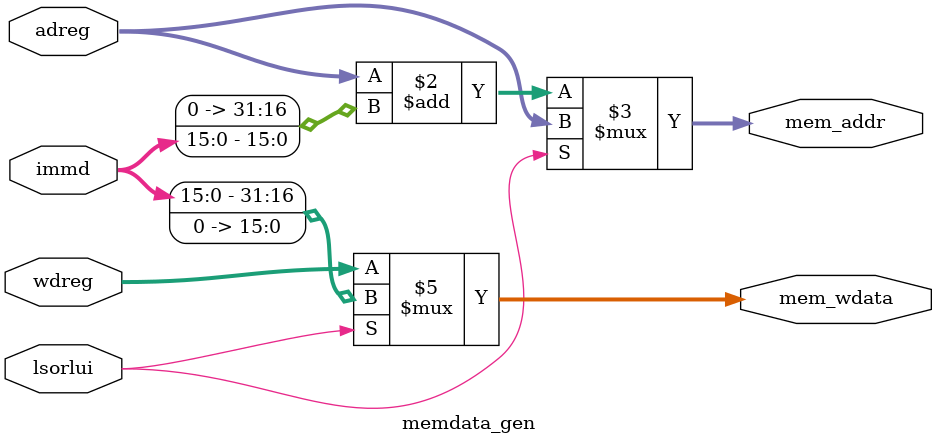
<source format=v>
`include "common.h"

module memdata_gen(
   input wire [15:0] immd,
   input wire [31:0] adreg,
   input wire [31:0] wdreg,
   input wire lsorlui,

   output wire [31:0] mem_addr,
   output wire [31:0] mem_wdata);

   assign mem_addr = lsorlui == 1'b1 ? adreg : adreg + {16'b0, immd};
   assign mem_wdata = lsorlui == 1'b1 ? {immd, 16'b0} : wdreg;
endmodule

`default_nettype wire

</source>
